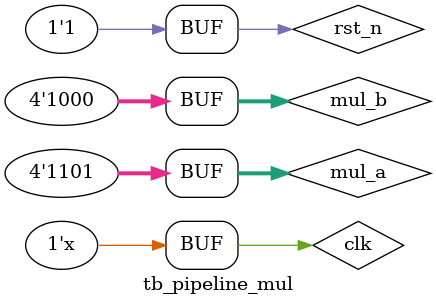
<source format=v>

`timescale 1ns/1ps

module tb_pipeline_mul;
	
	reg 						clk;
	reg 						rst_n;
	reg 		[3:0] 			mul_a;
	reg 		[3:0] 			mul_b;
	wire		[7:0] 			mul_out;

	initial 					clk = 	0;
	always 		#10 			clk = 	~clk;

	initial begin
		rst_n 						= 	1'b0;
		mul_a						=	0;
		mul_b						=	0;
		#200
		rst_n 						= 	1'b1;
		mul_a						=	4'ha;
		mul_b						=	4'ha;
		#300
		rst_n 						=	1'b0;
		#200
		rst_n 						=	1'b1;
		mul_a						=	4'hd;
		mul_b						=	4'h8;		
	end

	pipeline_mul inst_pipeline_mul (
		.clk(clk),
		.rst_n(rst_n),
		.mul_a(mul_a),
		.mul_b(mul_b),
		.mul_out(mul_out)
		);

endmodule
</source>
